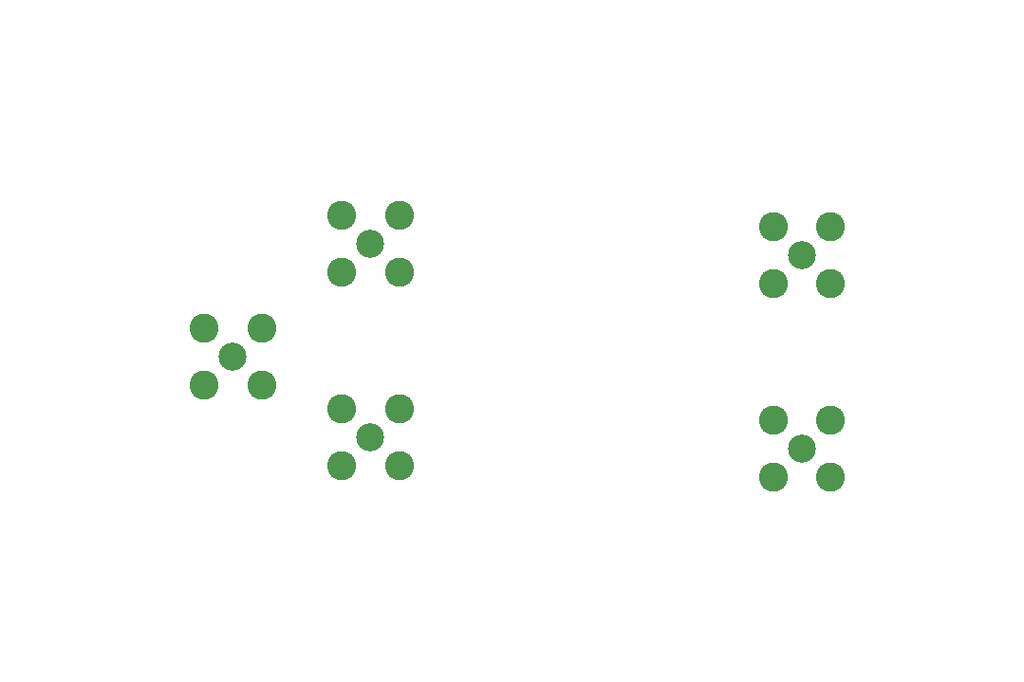
<source format=gbs>
G04*
G04 #@! TF.GenerationSoftware,Altium Limited,Altium Designer,23.0.1 (38)*
G04*
G04 Layer_Color=16711935*
%FSLAX43Y43*%
%MOMM*%
G71*
G04*
G04 #@! TF.SameCoordinates,2E0F9480-7CF3-4E61-B830-77F9E17AB5E5*
G04*
G04*
G04 #@! TF.FilePolarity,Negative*
G04*
G01*
G75*
%ADD51C,0.100*%
%ADD52C,2.500*%
%ADD53C,2.600*%
D51*
X30841Y27460D02*
D03*
Y32540D02*
D03*
Y67460D02*
D03*
Y72540D02*
D03*
X117750Y27460D02*
D03*
Y32540D02*
D03*
Y67980D02*
D03*
Y73060D02*
D03*
X101125Y15200D02*
D03*
X101125Y71350D02*
D03*
X47325Y71350D02*
D03*
X47325Y15200D02*
D03*
D52*
X61675Y52825D02*
D03*
Y35525D02*
D03*
X100150Y51800D02*
D03*
Y34500D02*
D03*
X49400Y42750D02*
D03*
D53*
X64225Y50275D02*
D03*
Y55375D02*
D03*
X59125D02*
D03*
Y50275D02*
D03*
X64225Y32975D02*
D03*
Y38075D02*
D03*
X59125D02*
D03*
Y32975D02*
D03*
X102700Y54350D02*
D03*
X97600D02*
D03*
Y49250D02*
D03*
X102700D02*
D03*
Y37050D02*
D03*
X97600D02*
D03*
Y31950D02*
D03*
X102700D02*
D03*
X46850Y40200D02*
D03*
X51950D02*
D03*
Y45300D02*
D03*
X46850D02*
D03*
M02*

</source>
